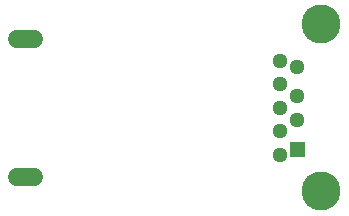
<source format=gbs>
G04 Layer: BottomSolderMaskLayer*
G04 EasyEDA v6.5.5, 2022-06-29 11:53:04*
G04 45b2c0bde71c4c1c92ce3b501ee4c66e,9bf960991b9d4efa812b5d32ee5e6833,10*
G04 Gerber Generator version 0.2*
G04 Scale: 100 percent, Rotated: No, Reflected: No *
G04 Dimensions in millimeters *
G04 leading zeros omitted , absolute positions ,4 integer and 5 decimal *
%FSLAX45Y45*%
%MOMM*%

%ADD26C,1.5095*%
%ADD31C,3.3016*%
%ADD33C,1.3005*%

%LPD*%
D26*
X1022908Y8384971D02*
G01*
X882091Y8384971D01*
X1022908Y7214996D02*
G01*
X882091Y7214996D01*
D31*
G01*
X3454400Y7093102D03*
G01*
X3454400Y8506866D03*
G36*
X3194558Y7384795D02*
G01*
X3194456Y7384897D01*
X3192932Y7385151D01*
X3191408Y7385913D01*
X3190392Y7386929D01*
X3189630Y7388453D01*
X3189376Y7389977D01*
X3189477Y7389876D01*
X3189477Y7510018D01*
X3189376Y7509967D01*
X3189630Y7511491D01*
X3190392Y7513015D01*
X3191408Y7514031D01*
X3192932Y7514793D01*
X3194456Y7515047D01*
X3194558Y7515097D01*
X3314445Y7515097D01*
X3314344Y7515047D01*
X3315868Y7514793D01*
X3317392Y7514031D01*
X3318408Y7513015D01*
X3319170Y7511491D01*
X3319424Y7509967D01*
X3319525Y7510018D01*
X3319525Y7389876D01*
X3319424Y7389977D01*
X3319170Y7388453D01*
X3318408Y7386929D01*
X3317392Y7385913D01*
X3315868Y7385151D01*
X3314344Y7384897D01*
X3314445Y7384795D01*
G37*
D33*
G01*
X3254502Y7699908D03*
G01*
X3254502Y7900060D03*
G01*
X3254502Y8149996D03*
G01*
X3104388Y7399934D03*
G01*
X3104388Y7600086D03*
G01*
X3104388Y7799984D03*
G01*
X3104388Y7999882D03*
G01*
X3104388Y8200034D03*
M02*

</source>
